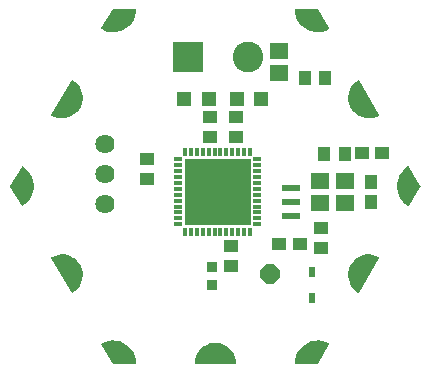
<source format=gbr>
G04 EAGLE Gerber RS-274X export*
G75*
%MOMM*%
%FSLAX34Y34*%
%LPD*%
%INSoldermask Bottom*%
%IPPOS*%
%AMOC8*
5,1,8,0,0,1.08239X$1,22.5*%
G01*
%ADD10C,1.101600*%
%ADD11R,2.601600X2.601600*%
%ADD12C,2.601600*%
%ADD13R,1.601600X1.401600*%
%ADD14R,1.101600X1.201600*%
%ADD15R,1.201600X1.101600*%
%ADD16R,0.901600X0.901600*%
%ADD17R,1.501597X0.501600*%
%ADD18R,0.651600X0.355600*%
%ADD19R,0.355600X0.651600*%
%ADD20R,5.701600X5.701600*%
%ADD21P,1.759533X8X202.500000*%
%ADD22C,1.625600*%
%ADD23R,0.601600X0.901600*%
%ADD24R,1.301600X1.301600*%

G36*
X17791Y129D02*
X17791Y129D01*
X17820Y126D01*
X17887Y148D01*
X17957Y162D01*
X17981Y179D01*
X18009Y188D01*
X18062Y235D01*
X18121Y275D01*
X18137Y299D01*
X18159Y319D01*
X18190Y383D01*
X18228Y442D01*
X18233Y471D01*
X18245Y497D01*
X18254Y597D01*
X18261Y639D01*
X18258Y649D01*
X18260Y663D01*
X18028Y3461D01*
X18018Y3495D01*
X18014Y3543D01*
X17325Y6264D01*
X17310Y6296D01*
X17298Y6342D01*
X16170Y8914D01*
X16150Y8942D01*
X16131Y8986D01*
X14595Y11337D01*
X14571Y11361D01*
X14545Y11402D01*
X12643Y13467D01*
X12615Y13488D01*
X12582Y13523D01*
X10367Y15248D01*
X10336Y15263D01*
X10298Y15293D01*
X7828Y16629D01*
X7795Y16639D01*
X7753Y16662D01*
X6567Y17070D01*
X5113Y17569D01*
X5097Y17574D01*
X5063Y17579D01*
X5017Y17594D01*
X2248Y18056D01*
X2213Y18055D01*
X2166Y18063D01*
X-642Y18063D01*
X-676Y18056D01*
X-724Y18056D01*
X-3493Y17594D01*
X-3526Y17582D01*
X-3573Y17574D01*
X-6229Y16662D01*
X-6259Y16645D01*
X-6304Y16629D01*
X-8774Y15293D01*
X-8800Y15271D01*
X-8843Y15248D01*
X-11058Y13523D01*
X-11081Y13497D01*
X-11119Y13467D01*
X-13021Y11402D01*
X-13039Y11372D01*
X-13071Y11337D01*
X-14607Y8986D01*
X-14620Y8954D01*
X-14646Y8914D01*
X-15774Y6342D01*
X-15781Y6309D01*
X-15784Y6302D01*
X-15790Y6293D01*
X-15791Y6287D01*
X-15801Y6264D01*
X-16490Y3543D01*
X-16492Y3508D01*
X-16504Y3461D01*
X-16736Y663D01*
X-16732Y634D01*
X-16737Y605D01*
X-16721Y536D01*
X-16712Y466D01*
X-16698Y440D01*
X-16691Y412D01*
X-16649Y355D01*
X-16614Y293D01*
X-16590Y275D01*
X-16573Y252D01*
X-16512Y216D01*
X-16455Y173D01*
X-16427Y165D01*
X-16402Y150D01*
X-16304Y134D01*
X-16263Y123D01*
X-16252Y125D01*
X-16238Y123D01*
X17762Y123D01*
X17791Y129D01*
G37*
G36*
X-120631Y60432D02*
X-120631Y60432D01*
X-120560Y60429D01*
X-120533Y60439D01*
X-120504Y60441D01*
X-120414Y60483D01*
X-120374Y60498D01*
X-120366Y60506D01*
X-120353Y60512D01*
X-118050Y62111D01*
X-118026Y62137D01*
X-117986Y62164D01*
X-115977Y64121D01*
X-115958Y64150D01*
X-115923Y64183D01*
X-114264Y66444D01*
X-114249Y66475D01*
X-114220Y66514D01*
X-112956Y69017D01*
X-112947Y69051D01*
X-112925Y69094D01*
X-112089Y71771D01*
X-112086Y71805D01*
X-112071Y71851D01*
X-111688Y74630D01*
X-111690Y74664D01*
X-111684Y74712D01*
X-111763Y77515D01*
X-111771Y77549D01*
X-111772Y77597D01*
X-112311Y80349D01*
X-112325Y80381D01*
X-112334Y80429D01*
X-113319Y83054D01*
X-113334Y83079D01*
X-113339Y83099D01*
X-113347Y83110D01*
X-113354Y83129D01*
X-114758Y85557D01*
X-114781Y85583D01*
X-114805Y85625D01*
X-116589Y87788D01*
X-116616Y87810D01*
X-116647Y87847D01*
X-118763Y89688D01*
X-118793Y89705D01*
X-118829Y89737D01*
X-121220Y91204D01*
X-121252Y91215D01*
X-121293Y91241D01*
X-123892Y92294D01*
X-123926Y92301D01*
X-123971Y92319D01*
X-126708Y92930D01*
X-126743Y92931D01*
X-126790Y92942D01*
X-129590Y93094D01*
X-129624Y93089D01*
X-129672Y93092D01*
X-132460Y92782D01*
X-132493Y92771D01*
X-132541Y92766D01*
X-135239Y92001D01*
X-135269Y91985D01*
X-135316Y91972D01*
X-137851Y90773D01*
X-137875Y90756D01*
X-137902Y90746D01*
X-137954Y90697D01*
X-138011Y90654D01*
X-138025Y90629D01*
X-138047Y90609D01*
X-138075Y90544D01*
X-138111Y90483D01*
X-138114Y90454D01*
X-138126Y90427D01*
X-138127Y90356D01*
X-138136Y90285D01*
X-138128Y90257D01*
X-138128Y90228D01*
X-138094Y90135D01*
X-138082Y90094D01*
X-138075Y90085D01*
X-138070Y90072D01*
X-121070Y60672D01*
X-121051Y60650D01*
X-121038Y60624D01*
X-120985Y60576D01*
X-120938Y60523D01*
X-120912Y60511D01*
X-120890Y60491D01*
X-120823Y60468D01*
X-120759Y60438D01*
X-120730Y60436D01*
X-120702Y60427D01*
X-120631Y60432D01*
G37*
G36*
X131148Y208155D02*
X131148Y208155D01*
X131196Y208152D01*
X133984Y208462D01*
X134017Y208473D01*
X134065Y208478D01*
X136763Y209243D01*
X136793Y209259D01*
X136840Y209272D01*
X139375Y210471D01*
X139399Y210488D01*
X139426Y210498D01*
X139478Y210547D01*
X139535Y210590D01*
X139549Y210615D01*
X139571Y210635D01*
X139599Y210700D01*
X139635Y210762D01*
X139638Y210790D01*
X139650Y210817D01*
X139651Y210888D01*
X139660Y210959D01*
X139652Y210987D01*
X139652Y211016D01*
X139618Y211109D01*
X139606Y211150D01*
X139599Y211159D01*
X139594Y211172D01*
X122594Y240572D01*
X122575Y240594D01*
X122562Y240620D01*
X122509Y240668D01*
X122462Y240721D01*
X122436Y240733D01*
X122414Y240753D01*
X122347Y240776D01*
X122283Y240806D01*
X122254Y240808D01*
X122226Y240817D01*
X122155Y240812D01*
X122084Y240815D01*
X122057Y240805D01*
X122028Y240803D01*
X121938Y240761D01*
X121898Y240746D01*
X121890Y240738D01*
X121877Y240732D01*
X119574Y239133D01*
X119550Y239108D01*
X119510Y239080D01*
X117501Y237123D01*
X117482Y237094D01*
X117447Y237061D01*
X115788Y234800D01*
X115773Y234769D01*
X115744Y234730D01*
X114480Y232227D01*
X114471Y232193D01*
X114449Y232150D01*
X113613Y229473D01*
X113610Y229439D01*
X113595Y229393D01*
X113212Y226614D01*
X113214Y226580D01*
X113208Y226532D01*
X113287Y223729D01*
X113295Y223695D01*
X113296Y223647D01*
X113835Y220895D01*
X113849Y220863D01*
X113858Y220815D01*
X114843Y218190D01*
X114861Y218160D01*
X114878Y218115D01*
X116282Y215687D01*
X116305Y215661D01*
X116329Y215620D01*
X118113Y213456D01*
X118140Y213434D01*
X118171Y213397D01*
X120287Y211556D01*
X120317Y211539D01*
X120353Y211508D01*
X122744Y210040D01*
X122776Y210029D01*
X122817Y210003D01*
X125416Y208950D01*
X125450Y208943D01*
X125495Y208925D01*
X128232Y208314D01*
X128267Y208313D01*
X128314Y208302D01*
X131114Y208150D01*
X131148Y208155D01*
G37*
G36*
X122188Y60433D02*
X122188Y60433D01*
X122259Y60432D01*
X122286Y60443D01*
X122315Y60447D01*
X122377Y60481D01*
X122442Y60509D01*
X122463Y60530D01*
X122488Y60544D01*
X122551Y60620D01*
X122581Y60651D01*
X122585Y60661D01*
X122594Y60672D01*
X139594Y90072D01*
X139603Y90100D01*
X139620Y90124D01*
X139635Y90193D01*
X139657Y90261D01*
X139655Y90290D01*
X139661Y90318D01*
X139648Y90388D01*
X139642Y90459D01*
X139629Y90485D01*
X139623Y90513D01*
X139583Y90572D01*
X139551Y90635D01*
X139528Y90654D01*
X139512Y90678D01*
X139430Y90735D01*
X139397Y90762D01*
X139387Y90765D01*
X139375Y90773D01*
X136840Y91972D01*
X136806Y91980D01*
X136763Y92001D01*
X134065Y92766D01*
X134030Y92768D01*
X133984Y92782D01*
X131196Y93092D01*
X131162Y93089D01*
X131114Y93094D01*
X128314Y92942D01*
X128280Y92933D01*
X128232Y92930D01*
X125495Y92319D01*
X125463Y92305D01*
X125416Y92294D01*
X122817Y91241D01*
X122788Y91222D01*
X122744Y91204D01*
X120353Y89737D01*
X120328Y89713D01*
X120287Y89688D01*
X118171Y87847D01*
X118150Y87820D01*
X118113Y87788D01*
X116329Y85625D01*
X116313Y85594D01*
X116282Y85557D01*
X114878Y83129D01*
X114867Y83096D01*
X114860Y83083D01*
X114850Y83069D01*
X114850Y83066D01*
X114843Y83054D01*
X113858Y80429D01*
X113852Y80394D01*
X113835Y80349D01*
X113296Y77597D01*
X113296Y77563D01*
X113287Y77515D01*
X113208Y74712D01*
X113214Y74678D01*
X113212Y74630D01*
X113595Y71851D01*
X113607Y71819D01*
X113613Y71771D01*
X114449Y69094D01*
X114466Y69063D01*
X114480Y69017D01*
X115744Y66514D01*
X115766Y66487D01*
X115788Y66444D01*
X117447Y64183D01*
X117473Y64160D01*
X117501Y64121D01*
X119510Y62164D01*
X119539Y62145D01*
X119574Y62111D01*
X121877Y60512D01*
X121904Y60500D01*
X121927Y60482D01*
X121995Y60461D01*
X122060Y60433D01*
X122089Y60433D01*
X122117Y60425D01*
X122188Y60433D01*
G37*
G36*
X-126790Y208302D02*
X-126790Y208302D01*
X-126756Y208311D01*
X-126708Y208314D01*
X-123971Y208925D01*
X-123939Y208939D01*
X-123892Y208950D01*
X-121293Y210003D01*
X-121264Y210022D01*
X-121220Y210040D01*
X-118829Y211508D01*
X-118804Y211531D01*
X-118763Y211556D01*
X-116647Y213397D01*
X-116626Y213424D01*
X-116589Y213456D01*
X-114805Y215620D01*
X-114789Y215650D01*
X-114758Y215687D01*
X-113354Y218115D01*
X-113343Y218148D01*
X-113319Y218190D01*
X-112334Y220815D01*
X-112328Y220850D01*
X-112311Y220895D01*
X-111772Y223647D01*
X-111772Y223682D01*
X-111763Y223729D01*
X-111684Y226532D01*
X-111690Y226566D01*
X-111688Y226614D01*
X-112071Y229393D01*
X-112083Y229425D01*
X-112089Y229473D01*
X-112925Y232150D01*
X-112942Y232181D01*
X-112956Y232227D01*
X-114220Y234730D01*
X-114242Y234757D01*
X-114264Y234800D01*
X-115923Y237061D01*
X-115949Y237084D01*
X-115977Y237123D01*
X-117986Y239080D01*
X-118015Y239099D01*
X-118050Y239133D01*
X-120353Y240732D01*
X-120380Y240744D01*
X-120403Y240762D01*
X-120471Y240783D01*
X-120536Y240811D01*
X-120565Y240811D01*
X-120593Y240819D01*
X-120664Y240811D01*
X-120735Y240812D01*
X-120762Y240801D01*
X-120791Y240797D01*
X-120853Y240763D01*
X-120918Y240735D01*
X-120939Y240714D01*
X-120964Y240700D01*
X-121027Y240624D01*
X-121057Y240593D01*
X-121061Y240583D01*
X-121070Y240572D01*
X-138070Y211172D01*
X-138079Y211144D01*
X-138096Y211120D01*
X-138111Y211051D01*
X-138133Y210983D01*
X-138131Y210954D01*
X-138137Y210926D01*
X-138124Y210856D01*
X-138118Y210785D01*
X-138105Y210759D01*
X-138099Y210731D01*
X-138059Y210672D01*
X-138027Y210609D01*
X-138004Y210590D01*
X-137988Y210566D01*
X-137906Y210509D01*
X-137873Y210482D01*
X-137863Y210479D01*
X-137851Y210471D01*
X-135316Y209272D01*
X-135282Y209264D01*
X-135239Y209243D01*
X-132541Y208478D01*
X-132506Y208476D01*
X-132460Y208462D01*
X-129672Y208152D01*
X-129638Y208155D01*
X-129590Y208150D01*
X-126790Y208302D01*
G37*
G36*
X164489Y133633D02*
X164489Y133633D01*
X164560Y133633D01*
X164587Y133644D01*
X164616Y133647D01*
X164678Y133682D01*
X164743Y133710D01*
X164764Y133730D01*
X164789Y133745D01*
X164852Y133822D01*
X164882Y133852D01*
X164886Y133862D01*
X164895Y133873D01*
X174395Y150373D01*
X174405Y150405D01*
X174414Y150418D01*
X174418Y150442D01*
X174419Y150446D01*
X174450Y150516D01*
X174450Y150540D01*
X174458Y150562D01*
X174452Y150638D01*
X174453Y150715D01*
X174443Y150739D01*
X174442Y150760D01*
X174421Y150799D01*
X174395Y150871D01*
X164895Y167371D01*
X164876Y167393D01*
X164863Y167419D01*
X164810Y167467D01*
X164763Y167520D01*
X164737Y167533D01*
X164716Y167552D01*
X164648Y167575D01*
X164584Y167606D01*
X164555Y167608D01*
X164528Y167617D01*
X164456Y167612D01*
X164385Y167615D01*
X164358Y167605D01*
X164329Y167603D01*
X164239Y167561D01*
X164199Y167546D01*
X164191Y167539D01*
X164178Y167533D01*
X161655Y165791D01*
X161631Y165767D01*
X161593Y165740D01*
X159381Y163616D01*
X159362Y163588D01*
X159328Y163556D01*
X157486Y161105D01*
X157472Y161074D01*
X157443Y161037D01*
X156018Y158322D01*
X156009Y158291D01*
X155993Y158266D01*
X155992Y158258D01*
X155987Y158248D01*
X155016Y155340D01*
X155012Y155306D01*
X154997Y155262D01*
X154505Y152235D01*
X154506Y152201D01*
X154498Y152155D01*
X154498Y149089D01*
X154499Y149085D01*
X154499Y149083D01*
X154505Y149056D01*
X154505Y149009D01*
X154997Y145982D01*
X155009Y145951D01*
X155016Y145904D01*
X155987Y142996D01*
X156004Y142967D01*
X156018Y142922D01*
X157443Y140207D01*
X157465Y140181D01*
X157486Y140139D01*
X159328Y137688D01*
X159353Y137665D01*
X159381Y137628D01*
X161593Y135504D01*
X161621Y135486D01*
X161655Y135453D01*
X164178Y133711D01*
X164205Y133700D01*
X164227Y133681D01*
X164296Y133661D01*
X164361Y133633D01*
X164390Y133633D01*
X164418Y133625D01*
X164489Y133633D01*
G37*
G36*
X-162932Y133632D02*
X-162932Y133632D01*
X-162861Y133629D01*
X-162834Y133639D01*
X-162805Y133641D01*
X-162715Y133683D01*
X-162675Y133698D01*
X-162667Y133705D01*
X-162654Y133711D01*
X-160131Y135453D01*
X-160107Y135477D01*
X-160069Y135504D01*
X-157857Y137628D01*
X-157838Y137656D01*
X-157804Y137688D01*
X-155962Y140139D01*
X-155948Y140170D01*
X-155919Y140207D01*
X-154494Y142922D01*
X-154485Y142955D01*
X-154463Y142996D01*
X-153492Y145904D01*
X-153488Y145938D01*
X-153473Y145982D01*
X-152981Y149009D01*
X-152982Y149043D01*
X-152974Y149089D01*
X-152974Y152155D01*
X-152981Y152188D01*
X-152981Y152235D01*
X-153473Y155262D01*
X-153485Y155293D01*
X-153492Y155340D01*
X-154463Y158248D01*
X-154476Y158271D01*
X-154482Y158296D01*
X-154489Y158305D01*
X-154494Y158322D01*
X-155919Y161037D01*
X-155941Y161063D01*
X-155962Y161105D01*
X-157804Y163556D01*
X-157829Y163579D01*
X-157857Y163616D01*
X-160069Y165740D01*
X-160097Y165758D01*
X-160131Y165791D01*
X-162654Y167533D01*
X-162681Y167544D01*
X-162703Y167563D01*
X-162772Y167583D01*
X-162837Y167611D01*
X-162866Y167611D01*
X-162894Y167619D01*
X-162965Y167611D01*
X-163036Y167612D01*
X-163063Y167600D01*
X-163092Y167597D01*
X-163154Y167562D01*
X-163219Y167534D01*
X-163240Y167514D01*
X-163265Y167499D01*
X-163328Y167422D01*
X-163358Y167392D01*
X-163362Y167382D01*
X-163371Y167371D01*
X-172871Y150871D01*
X-172895Y150798D01*
X-172926Y150728D01*
X-172926Y150704D01*
X-172934Y150682D01*
X-172928Y150606D01*
X-172929Y150529D01*
X-172919Y150505D01*
X-172918Y150484D01*
X-172897Y150445D01*
X-172878Y150393D01*
X-172877Y150387D01*
X-172875Y150385D01*
X-172871Y150373D01*
X-163371Y133873D01*
X-163352Y133851D01*
X-163339Y133825D01*
X-163286Y133777D01*
X-163239Y133724D01*
X-163213Y133711D01*
X-163192Y133692D01*
X-163124Y133669D01*
X-163060Y133638D01*
X-163031Y133637D01*
X-163004Y133627D01*
X-162932Y133632D01*
G37*
G36*
X87438Y138D02*
X87438Y138D01*
X87516Y147D01*
X87535Y158D01*
X87557Y162D01*
X87621Y206D01*
X87689Y245D01*
X87705Y264D01*
X87721Y275D01*
X87745Y313D01*
X87795Y373D01*
X97295Y16873D01*
X97304Y16900D01*
X97320Y16924D01*
X97335Y16994D01*
X97358Y17062D01*
X97355Y17090D01*
X97361Y17118D01*
X97348Y17189D01*
X97342Y17260D01*
X97329Y17285D01*
X97323Y17313D01*
X97283Y17373D01*
X97250Y17436D01*
X97228Y17454D01*
X97212Y17478D01*
X97129Y17536D01*
X97097Y17563D01*
X97086Y17566D01*
X97076Y17573D01*
X94310Y18882D01*
X94277Y18890D01*
X94234Y18910D01*
X91294Y19758D01*
X91260Y19761D01*
X91216Y19774D01*
X88178Y20139D01*
X88144Y20136D01*
X88097Y20142D01*
X85040Y20015D01*
X85007Y20007D01*
X84960Y20006D01*
X81963Y19390D01*
X81932Y19377D01*
X81886Y19368D01*
X79026Y18279D01*
X78998Y18261D01*
X78954Y18245D01*
X76306Y16711D01*
X76280Y16689D01*
X76240Y16666D01*
X73872Y14728D01*
X73850Y14701D01*
X73814Y14672D01*
X71787Y12379D01*
X71771Y12350D01*
X71739Y12315D01*
X70107Y9727D01*
X70095Y9695D01*
X70070Y9656D01*
X68874Y6839D01*
X68867Y6806D01*
X68864Y6799D01*
X68860Y6793D01*
X68859Y6787D01*
X68848Y6763D01*
X68120Y3791D01*
X68118Y3757D01*
X68107Y3712D01*
X67864Y662D01*
X67868Y633D01*
X67863Y605D01*
X67880Y536D01*
X67888Y464D01*
X67903Y440D01*
X67909Y412D01*
X67952Y354D01*
X67988Y292D01*
X68010Y275D01*
X68027Y252D01*
X68089Y215D01*
X68146Y172D01*
X68174Y165D01*
X68198Y150D01*
X68298Y134D01*
X68339Y123D01*
X68349Y125D01*
X68362Y123D01*
X87362Y123D01*
X87438Y138D01*
G37*
G36*
X88131Y281107D02*
X88131Y281107D01*
X88178Y281105D01*
X91216Y281470D01*
X91248Y281481D01*
X91294Y281486D01*
X94234Y282334D01*
X94264Y282350D01*
X94310Y282362D01*
X97076Y283671D01*
X97098Y283688D01*
X97125Y283698D01*
X97177Y283747D01*
X97235Y283790D01*
X97249Y283815D01*
X97270Y283834D01*
X97299Y283900D01*
X97335Y283962D01*
X97338Y283990D01*
X97350Y284016D01*
X97351Y284088D01*
X97360Y284159D01*
X97352Y284186D01*
X97353Y284215D01*
X97317Y284310D01*
X97306Y284350D01*
X97299Y284359D01*
X97295Y284371D01*
X87795Y300871D01*
X87743Y300930D01*
X87697Y300992D01*
X87678Y301003D01*
X87663Y301020D01*
X87593Y301054D01*
X87526Y301094D01*
X87502Y301098D01*
X87484Y301106D01*
X87439Y301108D01*
X87362Y301121D01*
X68362Y301121D01*
X68334Y301116D01*
X68306Y301118D01*
X68238Y301096D01*
X68167Y301082D01*
X68144Y301066D01*
X68117Y301057D01*
X68062Y301010D01*
X68003Y300969D01*
X67988Y300945D01*
X67967Y300927D01*
X67935Y300862D01*
X67896Y300802D01*
X67891Y300774D01*
X67879Y300748D01*
X67870Y300647D01*
X67863Y300605D01*
X67865Y300595D01*
X67864Y300582D01*
X68107Y297532D01*
X68116Y297500D01*
X68120Y297453D01*
X68848Y294481D01*
X68863Y294450D01*
X68874Y294405D01*
X70070Y291588D01*
X70089Y291560D01*
X70107Y291517D01*
X71739Y288929D01*
X71763Y288905D01*
X71787Y288865D01*
X73814Y286572D01*
X73841Y286552D01*
X73872Y286516D01*
X76240Y284578D01*
X76270Y284562D01*
X76306Y284533D01*
X78954Y283000D01*
X78986Y282989D01*
X79026Y282965D01*
X81886Y281877D01*
X81919Y281871D01*
X81963Y281854D01*
X84960Y281238D01*
X84994Y281238D01*
X85040Y281229D01*
X88097Y281102D01*
X88131Y281107D01*
G37*
G36*
X-66810Y128D02*
X-66810Y128D01*
X-66782Y126D01*
X-66714Y148D01*
X-66643Y162D01*
X-66620Y178D01*
X-66593Y187D01*
X-66538Y234D01*
X-66479Y275D01*
X-66464Y299D01*
X-66443Y317D01*
X-66411Y382D01*
X-66372Y442D01*
X-66367Y470D01*
X-66355Y496D01*
X-66346Y597D01*
X-66339Y639D01*
X-66341Y649D01*
X-66340Y662D01*
X-66583Y3712D01*
X-66592Y3744D01*
X-66596Y3791D01*
X-67324Y6763D01*
X-67339Y6794D01*
X-67350Y6839D01*
X-68546Y9656D01*
X-68565Y9684D01*
X-68583Y9727D01*
X-70215Y12315D01*
X-70239Y12339D01*
X-70263Y12379D01*
X-72290Y14672D01*
X-72317Y14692D01*
X-72348Y14728D01*
X-74716Y16666D01*
X-74746Y16682D01*
X-74782Y16711D01*
X-77430Y18245D01*
X-77462Y18255D01*
X-77502Y18279D01*
X-80362Y19368D01*
X-80395Y19373D01*
X-80439Y19390D01*
X-83436Y20006D01*
X-83470Y20006D01*
X-83516Y20015D01*
X-86573Y20142D01*
X-86607Y20137D01*
X-86654Y20139D01*
X-89692Y19774D01*
X-89724Y19763D01*
X-89770Y19758D01*
X-92710Y18910D01*
X-92740Y18894D01*
X-92786Y18882D01*
X-95552Y17573D01*
X-95574Y17556D01*
X-95601Y17546D01*
X-95653Y17497D01*
X-95711Y17454D01*
X-95725Y17429D01*
X-95746Y17410D01*
X-95775Y17344D01*
X-95811Y17282D01*
X-95814Y17254D01*
X-95826Y17228D01*
X-95827Y17156D01*
X-95836Y17085D01*
X-95828Y17058D01*
X-95829Y17029D01*
X-95793Y16934D01*
X-95782Y16894D01*
X-95775Y16885D01*
X-95771Y16873D01*
X-86271Y373D01*
X-86219Y315D01*
X-86173Y252D01*
X-86154Y241D01*
X-86139Y224D01*
X-86069Y190D01*
X-86002Y150D01*
X-85978Y146D01*
X-85960Y138D01*
X-85915Y136D01*
X-85838Y123D01*
X-66838Y123D01*
X-66810Y128D01*
G37*
G36*
X-83516Y281229D02*
X-83516Y281229D01*
X-83483Y281237D01*
X-83436Y281238D01*
X-80439Y281854D01*
X-80408Y281867D01*
X-80362Y281877D01*
X-77502Y282965D01*
X-77474Y282983D01*
X-77430Y283000D01*
X-74782Y284533D01*
X-74756Y284555D01*
X-74716Y284578D01*
X-72348Y286516D01*
X-72326Y286543D01*
X-72290Y286572D01*
X-70263Y288865D01*
X-70247Y288894D01*
X-70215Y288929D01*
X-68583Y291517D01*
X-68571Y291549D01*
X-68546Y291588D01*
X-67350Y294405D01*
X-67343Y294438D01*
X-67324Y294481D01*
X-66596Y297453D01*
X-66594Y297487D01*
X-66583Y297532D01*
X-66340Y300582D01*
X-66344Y300611D01*
X-66339Y300639D01*
X-66356Y300708D01*
X-66364Y300780D01*
X-66379Y300804D01*
X-66385Y300832D01*
X-66428Y300890D01*
X-66464Y300952D01*
X-66486Y300969D01*
X-66503Y300992D01*
X-66565Y301029D01*
X-66622Y301072D01*
X-66650Y301079D01*
X-66674Y301094D01*
X-66774Y301110D01*
X-66815Y301121D01*
X-66825Y301119D01*
X-66838Y301121D01*
X-85838Y301121D01*
X-85914Y301106D01*
X-85992Y301097D01*
X-86011Y301086D01*
X-86033Y301082D01*
X-86097Y301038D01*
X-86165Y300999D01*
X-86181Y300980D01*
X-86197Y300969D01*
X-86221Y300931D01*
X-86271Y300871D01*
X-95771Y284371D01*
X-95780Y284344D01*
X-95796Y284320D01*
X-95811Y284250D01*
X-95834Y284182D01*
X-95831Y284154D01*
X-95837Y284126D01*
X-95824Y284056D01*
X-95818Y283984D01*
X-95805Y283959D01*
X-95799Y283931D01*
X-95759Y283871D01*
X-95726Y283808D01*
X-95704Y283790D01*
X-95688Y283766D01*
X-95605Y283708D01*
X-95573Y283681D01*
X-95562Y283678D01*
X-95552Y283671D01*
X-92786Y282362D01*
X-92753Y282354D01*
X-92710Y282334D01*
X-89770Y281486D01*
X-89736Y281483D01*
X-89692Y281470D01*
X-86654Y281105D01*
X-86620Y281108D01*
X-86573Y281102D01*
X-83516Y281229D01*
G37*
D10*
X83362Y293722D03*
X165962Y150622D03*
X83362Y7522D03*
X-81838Y7522D03*
X-164438Y150622D03*
X-81838Y293722D03*
X124662Y222122D03*
X124662Y79122D03*
X762Y7522D03*
X-123138Y79122D03*
X-123138Y222122D03*
D11*
X-22860Y260350D03*
D12*
X27940Y260350D03*
D13*
X54610Y265380D03*
X54610Y246380D03*
D14*
X76590Y242570D03*
X93590Y242570D03*
X110100Y177800D03*
X93100Y177800D03*
D15*
X90170Y98180D03*
X90170Y115180D03*
D16*
X-2540Y82430D03*
X-2540Y67430D03*
D17*
X64770Y125160D03*
X64770Y137160D03*
X64770Y149160D03*
D18*
X36340Y173557D03*
X36340Y168556D03*
X36340Y163554D03*
X36340Y158553D03*
X36340Y153552D03*
X36340Y148551D03*
X36340Y143549D03*
X36340Y138548D03*
X36340Y133547D03*
X36340Y128546D03*
X36340Y123544D03*
X36340Y118543D03*
D19*
X30047Y112250D03*
X25046Y112250D03*
X20044Y112250D03*
X15043Y112250D03*
X10042Y112250D03*
X5041Y112250D03*
X39Y112250D03*
X-4962Y112250D03*
X-9963Y112250D03*
X-14964Y112250D03*
X-19966Y112250D03*
X-24967Y112250D03*
D18*
X-31260Y118543D03*
X-31260Y123544D03*
X-31260Y128546D03*
X-31260Y133547D03*
X-31260Y138548D03*
X-31260Y143549D03*
X-31260Y148551D03*
X-31260Y153552D03*
X-31260Y158553D03*
X-31260Y163554D03*
X-31260Y168556D03*
X-31260Y173557D03*
D19*
X-24967Y179850D03*
X-19966Y179850D03*
X-14964Y179850D03*
X-9963Y179850D03*
X-4962Y179850D03*
X39Y179850D03*
X5041Y179850D03*
X10042Y179850D03*
X15043Y179850D03*
X20044Y179850D03*
X25046Y179850D03*
X30047Y179850D03*
D20*
X2540Y146050D03*
D21*
X46990Y76200D03*
D15*
X-57150Y156600D03*
X-57150Y173600D03*
X13970Y99940D03*
X13970Y82940D03*
X55000Y101600D03*
X72000Y101600D03*
D14*
X132080Y154550D03*
X132080Y137550D03*
D15*
X124850Y179070D03*
X141850Y179070D03*
D13*
X88900Y155550D03*
X88900Y136550D03*
X110490Y155550D03*
X110490Y136550D03*
D22*
X-92710Y186690D03*
X-92710Y161290D03*
X-92710Y135890D03*
D23*
X82550Y78310D03*
X82550Y56310D03*
D15*
X17780Y209160D03*
X17780Y192160D03*
X-3810Y209160D03*
X-3810Y192160D03*
D24*
X39710Y224790D03*
X18710Y224790D03*
X-25740Y224790D03*
X-4740Y224790D03*
M02*

</source>
